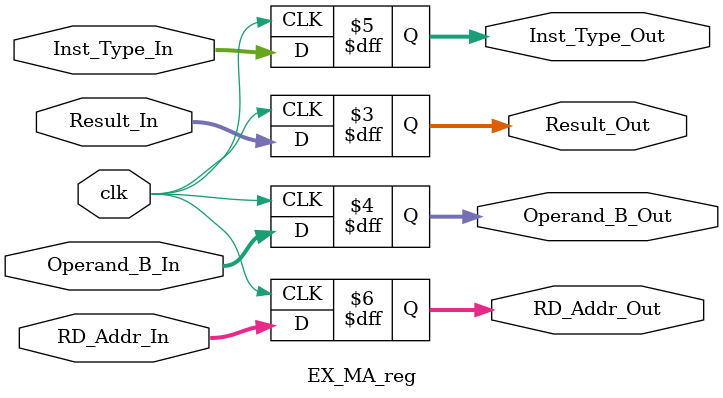
<source format=v>
`timescale 1ns / 1ps


module EX_MA_reg(
                input clk,
                input[31:0] Result_In,
                input[4:0] Inst_Type_In,
                input[31:0] Operand_B_In,
                input[4:0] RD_Addr_In,
                output reg[31:0] Result_Out,
                output reg[31:0] Operand_B_Out,
                output reg[4:0] Inst_Type_Out,
                output reg[4:0] RD_Addr_Out
    );
    
    initial
    begin
        Result_Out <= 32'dx;
        Operand_B_Out <= 32'dx;
        Inst_Type_Out <= 5'dx;
        RD_Addr_Out <= 5'dx;
    end
    
    always@(posedge clk)
    begin
        Result_Out <= Result_In;
        Operand_B_Out <= Operand_B_In;
        Inst_Type_Out <= Inst_Type_In;
        RD_Addr_Out <= RD_Addr_In;
    end
    
endmodule

</source>
